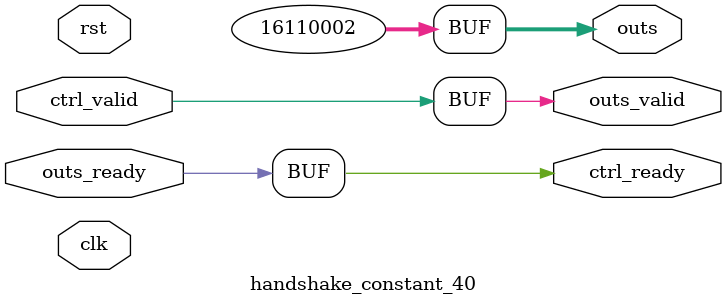
<source format=v>
`timescale 1ns / 1ps
module handshake_constant_40 #(
  parameter DATA_WIDTH = 32  // Default set to 32 bits
) (
  input                       clk,
  input                       rst,
  // Input Channel
  input                       ctrl_valid,
  output                      ctrl_ready,
  // Output Channel
  output [DATA_WIDTH - 1 : 0] outs,
  output                      outs_valid,
  input                       outs_ready
);
  assign outs       = 24'b111101011101000110110010;
  assign outs_valid = ctrl_valid;
  assign ctrl_ready = outs_ready;

endmodule

</source>
